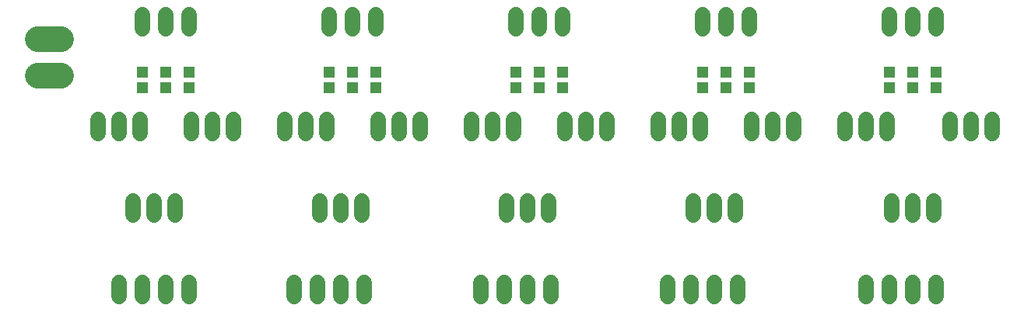
<source format=gbr>
G04 EAGLE Gerber RS-274X export*
G75*
%MOMM*%
%FSLAX34Y34*%
%LPD*%
%INSoldermask Bottom*%
%IPPOS*%
%AMOC8*
5,1,8,0,0,1.08239X$1,22.5*%
G01*
%ADD10C,1.727200*%
%ADD11C,1.711200*%
%ADD12R,1.203200X1.303200*%
%ADD13C,2.753200*%


D10*
X243840Y322580D02*
X243840Y337820D01*
X266700Y337820D02*
X266700Y322580D01*
X289560Y322580D02*
X289560Y337820D01*
X342900Y436880D02*
X342900Y452120D01*
X317500Y452120D02*
X317500Y436880D01*
X292100Y436880D02*
X292100Y452120D01*
D11*
X266700Y159940D02*
X266700Y144860D01*
X292100Y144860D02*
X292100Y159940D01*
X317500Y159940D02*
X317500Y144860D01*
X342900Y144860D02*
X342900Y159940D01*
D10*
X281940Y233680D02*
X281940Y248920D01*
X304800Y248920D02*
X304800Y233680D01*
X327660Y233680D02*
X327660Y248920D01*
X345440Y322580D02*
X345440Y337820D01*
X368300Y337820D02*
X368300Y322580D01*
X391160Y322580D02*
X391160Y337820D01*
D12*
X292100Y389500D03*
X292100Y372500D03*
X317500Y389500D03*
X317500Y372500D03*
X342900Y389500D03*
X342900Y372500D03*
D10*
X447040Y337820D02*
X447040Y322580D01*
X469900Y322580D02*
X469900Y337820D01*
X492760Y337820D02*
X492760Y322580D01*
X546100Y436880D02*
X546100Y452120D01*
X520700Y452120D02*
X520700Y436880D01*
X495300Y436880D02*
X495300Y452120D01*
D11*
X457200Y159940D02*
X457200Y144860D01*
X482600Y144860D02*
X482600Y159940D01*
X508000Y159940D02*
X508000Y144860D01*
X533400Y144860D02*
X533400Y159940D01*
D10*
X485140Y233680D02*
X485140Y248920D01*
X508000Y248920D02*
X508000Y233680D01*
X530860Y233680D02*
X530860Y248920D01*
X548640Y322580D02*
X548640Y337820D01*
X571500Y337820D02*
X571500Y322580D01*
X594360Y322580D02*
X594360Y337820D01*
D12*
X495300Y389500D03*
X495300Y372500D03*
X520700Y389500D03*
X520700Y372500D03*
X546100Y389500D03*
X546100Y372500D03*
D10*
X650240Y337820D02*
X650240Y322580D01*
X673100Y322580D02*
X673100Y337820D01*
X695960Y337820D02*
X695960Y322580D01*
X749300Y436880D02*
X749300Y452120D01*
X723900Y452120D02*
X723900Y436880D01*
X698500Y436880D02*
X698500Y452120D01*
D11*
X660400Y159940D02*
X660400Y144860D01*
X685800Y144860D02*
X685800Y159940D01*
X711200Y159940D02*
X711200Y144860D01*
X736600Y144860D02*
X736600Y159940D01*
D10*
X688340Y233680D02*
X688340Y248920D01*
X711200Y248920D02*
X711200Y233680D01*
X734060Y233680D02*
X734060Y248920D01*
X751840Y322580D02*
X751840Y337820D01*
X774700Y337820D02*
X774700Y322580D01*
X797560Y322580D02*
X797560Y337820D01*
D12*
X698500Y389500D03*
X698500Y372500D03*
X723900Y389500D03*
X723900Y372500D03*
X749300Y389500D03*
X749300Y372500D03*
D10*
X853440Y337820D02*
X853440Y322580D01*
X876300Y322580D02*
X876300Y337820D01*
X899160Y337820D02*
X899160Y322580D01*
X952500Y436880D02*
X952500Y452120D01*
X927100Y452120D02*
X927100Y436880D01*
X901700Y436880D02*
X901700Y452120D01*
D11*
X863600Y159940D02*
X863600Y144860D01*
X889000Y144860D02*
X889000Y159940D01*
X914400Y159940D02*
X914400Y144860D01*
X939800Y144860D02*
X939800Y159940D01*
D10*
X891540Y233680D02*
X891540Y248920D01*
X914400Y248920D02*
X914400Y233680D01*
X937260Y233680D02*
X937260Y248920D01*
X955040Y322580D02*
X955040Y337820D01*
X977900Y337820D02*
X977900Y322580D01*
X1000760Y322580D02*
X1000760Y337820D01*
D12*
X901700Y389500D03*
X901700Y372500D03*
X927100Y389500D03*
X927100Y372500D03*
X952500Y389500D03*
X952500Y372500D03*
D10*
X1056640Y337820D02*
X1056640Y322580D01*
X1079500Y322580D02*
X1079500Y337820D01*
X1102360Y337820D02*
X1102360Y322580D01*
X1155700Y436880D02*
X1155700Y452120D01*
X1130300Y452120D02*
X1130300Y436880D01*
X1104900Y436880D02*
X1104900Y452120D01*
D11*
X1079500Y159940D02*
X1079500Y144860D01*
X1104900Y144860D02*
X1104900Y159940D01*
X1130300Y159940D02*
X1130300Y144860D01*
X1155700Y144860D02*
X1155700Y159940D01*
D10*
X1107440Y233680D02*
X1107440Y248920D01*
X1130300Y248920D02*
X1130300Y233680D01*
X1153160Y233680D02*
X1153160Y248920D01*
X1170940Y322580D02*
X1170940Y337820D01*
X1193800Y337820D02*
X1193800Y322580D01*
X1216660Y322580D02*
X1216660Y337820D01*
D12*
X1104900Y389500D03*
X1104900Y372500D03*
X1130300Y389500D03*
X1130300Y372500D03*
X1155700Y389500D03*
X1155700Y372500D03*
D13*
X203250Y386600D02*
X177750Y386600D01*
X177750Y426200D02*
X203250Y426200D01*
M02*

</source>
